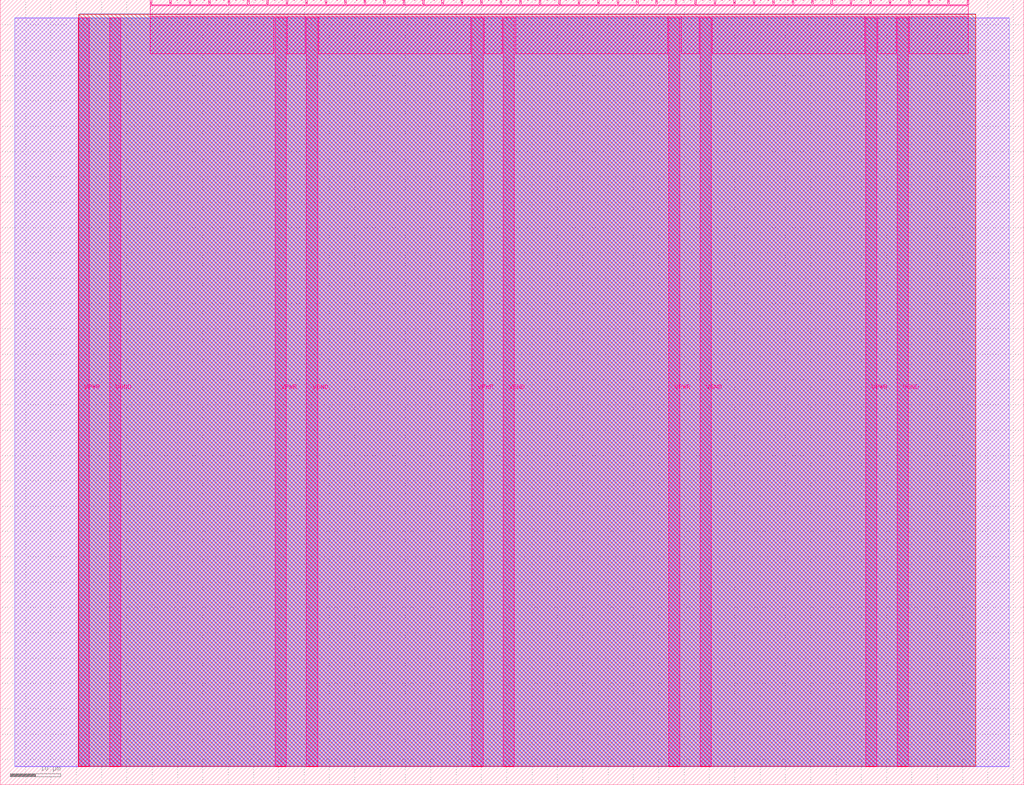
<source format=lef>
VERSION 5.7 ;
  NOWIREEXTENSIONATPIN ON ;
  DIVIDERCHAR "/" ;
  BUSBITCHARS "[]" ;
MACRO tt_um_algofoogle_tt09_ring_osc
  CLASS BLOCK ;
  FOREIGN tt_um_algofoogle_tt09_ring_osc ;
  ORIGIN 0.000 0.000 ;
  SIZE 202.080 BY 154.980 ;
  PIN VGND
    DIRECTION INOUT ;
    USE GROUND ;
    PORT
      LAYER Metal5 ;
        RECT 21.580 3.560 23.780 151.420 ;
    END
    PORT
      LAYER Metal5 ;
        RECT 60.450 3.560 62.650 151.420 ;
    END
    PORT
      LAYER Metal5 ;
        RECT 99.320 3.560 101.520 151.420 ;
    END
    PORT
      LAYER Metal5 ;
        RECT 138.190 3.560 140.390 151.420 ;
    END
    PORT
      LAYER Metal5 ;
        RECT 177.060 3.560 179.260 151.420 ;
    END
  END VGND
  PIN VPWR
    DIRECTION INOUT ;
    USE POWER ;
    PORT
      LAYER Metal5 ;
        RECT 15.380 3.560 17.580 151.420 ;
    END
    PORT
      LAYER Metal5 ;
        RECT 54.250 3.560 56.450 151.420 ;
    END
    PORT
      LAYER Metal5 ;
        RECT 93.120 3.560 95.320 151.420 ;
    END
    PORT
      LAYER Metal5 ;
        RECT 131.990 3.560 134.190 151.420 ;
    END
    PORT
      LAYER Metal5 ;
        RECT 170.860 3.560 173.060 151.420 ;
    END
  END VPWR
  PIN clk
    DIRECTION INPUT ;
    USE SIGNAL ;
    PORT
      LAYER Metal5 ;
        RECT 187.050 153.980 187.350 154.980 ;
    END
  END clk
  PIN ena
    DIRECTION INPUT ;
    USE SIGNAL ;
    ANTENNAGATEAREA 0.180700 ;
    PORT
      LAYER Metal5 ;
        RECT 190.890 153.980 191.190 154.980 ;
    END
  END ena
  PIN rst_n
    DIRECTION INPUT ;
    USE SIGNAL ;
    ANTENNAGATEAREA 0.180700 ;
    PORT
      LAYER Metal5 ;
        RECT 183.210 153.980 183.510 154.980 ;
    END
  END rst_n
  PIN ui_in[0]
    DIRECTION INPUT ;
    USE SIGNAL ;
    ANTENNAGATEAREA 0.180700 ;
    PORT
      LAYER Metal5 ;
        RECT 179.370 153.980 179.670 154.980 ;
    END
  END ui_in[0]
  PIN ui_in[1]
    DIRECTION INPUT ;
    USE SIGNAL ;
    ANTENNAGATEAREA 0.180700 ;
    PORT
      LAYER Metal5 ;
        RECT 175.530 153.980 175.830 154.980 ;
    END
  END ui_in[1]
  PIN ui_in[2]
    DIRECTION INPUT ;
    USE SIGNAL ;
    ANTENNAGATEAREA 0.180700 ;
    PORT
      LAYER Metal5 ;
        RECT 171.690 153.980 171.990 154.980 ;
    END
  END ui_in[2]
  PIN ui_in[3]
    DIRECTION INPUT ;
    USE SIGNAL ;
    ANTENNAGATEAREA 0.180700 ;
    PORT
      LAYER Metal5 ;
        RECT 167.850 153.980 168.150 154.980 ;
    END
  END ui_in[3]
  PIN ui_in[4]
    DIRECTION INPUT ;
    USE SIGNAL ;
    ANTENNAGATEAREA 0.180700 ;
    PORT
      LAYER Metal5 ;
        RECT 164.010 153.980 164.310 154.980 ;
    END
  END ui_in[4]
  PIN ui_in[5]
    DIRECTION INPUT ;
    USE SIGNAL ;
    ANTENNAGATEAREA 0.180700 ;
    PORT
      LAYER Metal5 ;
        RECT 160.170 153.980 160.470 154.980 ;
    END
  END ui_in[5]
  PIN ui_in[6]
    DIRECTION INPUT ;
    USE SIGNAL ;
    ANTENNAGATEAREA 0.180700 ;
    PORT
      LAYER Metal5 ;
        RECT 156.330 153.980 156.630 154.980 ;
    END
  END ui_in[6]
  PIN ui_in[7]
    DIRECTION INPUT ;
    USE SIGNAL ;
    ANTENNAGATEAREA 0.180700 ;
    PORT
      LAYER Metal5 ;
        RECT 152.490 153.980 152.790 154.980 ;
    END
  END ui_in[7]
  PIN uio_in[0]
    DIRECTION INPUT ;
    USE SIGNAL ;
    ANTENNAGATEAREA 0.180700 ;
    PORT
      LAYER Metal5 ;
        RECT 148.650 153.980 148.950 154.980 ;
    END
  END uio_in[0]
  PIN uio_in[1]
    DIRECTION INPUT ;
    USE SIGNAL ;
    ANTENNAGATEAREA 0.180700 ;
    PORT
      LAYER Metal5 ;
        RECT 144.810 153.980 145.110 154.980 ;
    END
  END uio_in[1]
  PIN uio_in[2]
    DIRECTION INPUT ;
    USE SIGNAL ;
    ANTENNAGATEAREA 0.180700 ;
    PORT
      LAYER Metal5 ;
        RECT 140.970 153.980 141.270 154.980 ;
    END
  END uio_in[2]
  PIN uio_in[3]
    DIRECTION INPUT ;
    USE SIGNAL ;
    ANTENNAGATEAREA 0.180700 ;
    PORT
      LAYER Metal5 ;
        RECT 137.130 153.980 137.430 154.980 ;
    END
  END uio_in[3]
  PIN uio_in[4]
    DIRECTION INPUT ;
    USE SIGNAL ;
    ANTENNAGATEAREA 0.180700 ;
    PORT
      LAYER Metal5 ;
        RECT 133.290 153.980 133.590 154.980 ;
    END
  END uio_in[4]
  PIN uio_in[5]
    DIRECTION INPUT ;
    USE SIGNAL ;
    ANTENNAGATEAREA 0.180700 ;
    PORT
      LAYER Metal5 ;
        RECT 129.450 153.980 129.750 154.980 ;
    END
  END uio_in[5]
  PIN uio_in[6]
    DIRECTION INPUT ;
    USE SIGNAL ;
    ANTENNAGATEAREA 0.180700 ;
    PORT
      LAYER Metal5 ;
        RECT 125.610 153.980 125.910 154.980 ;
    END
  END uio_in[6]
  PIN uio_in[7]
    DIRECTION INPUT ;
    USE SIGNAL ;
    ANTENNAGATEAREA 0.180700 ;
    PORT
      LAYER Metal5 ;
        RECT 121.770 153.980 122.070 154.980 ;
    END
  END uio_in[7]
  PIN uio_oe[0]
    DIRECTION OUTPUT ;
    USE SIGNAL ;
    ANTENNADIFFAREA 0.299200 ;
    PORT
      LAYER Metal5 ;
        RECT 56.490 153.980 56.790 154.980 ;
    END
  END uio_oe[0]
  PIN uio_oe[1]
    DIRECTION OUTPUT ;
    USE SIGNAL ;
    ANTENNADIFFAREA 0.299200 ;
    PORT
      LAYER Metal5 ;
        RECT 52.650 153.980 52.950 154.980 ;
    END
  END uio_oe[1]
  PIN uio_oe[2]
    DIRECTION OUTPUT ;
    USE SIGNAL ;
    ANTENNADIFFAREA 0.299200 ;
    PORT
      LAYER Metal5 ;
        RECT 48.810 153.980 49.110 154.980 ;
    END
  END uio_oe[2]
  PIN uio_oe[3]
    DIRECTION OUTPUT ;
    USE SIGNAL ;
    ANTENNADIFFAREA 0.299200 ;
    PORT
      LAYER Metal5 ;
        RECT 44.970 153.980 45.270 154.980 ;
    END
  END uio_oe[3]
  PIN uio_oe[4]
    DIRECTION OUTPUT ;
    USE SIGNAL ;
    ANTENNADIFFAREA 0.299200 ;
    PORT
      LAYER Metal5 ;
        RECT 41.130 153.980 41.430 154.980 ;
    END
  END uio_oe[4]
  PIN uio_oe[5]
    DIRECTION OUTPUT ;
    USE SIGNAL ;
    ANTENNADIFFAREA 0.299200 ;
    PORT
      LAYER Metal5 ;
        RECT 37.290 153.980 37.590 154.980 ;
    END
  END uio_oe[5]
  PIN uio_oe[6]
    DIRECTION OUTPUT ;
    USE SIGNAL ;
    ANTENNADIFFAREA 0.299200 ;
    PORT
      LAYER Metal5 ;
        RECT 33.450 153.980 33.750 154.980 ;
    END
  END uio_oe[6]
  PIN uio_oe[7]
    DIRECTION OUTPUT ;
    USE SIGNAL ;
    ANTENNADIFFAREA 0.299200 ;
    PORT
      LAYER Metal5 ;
        RECT 29.610 153.980 29.910 154.980 ;
    END
  END uio_oe[7]
  PIN uio_out[0]
    DIRECTION OUTPUT ;
    USE SIGNAL ;
    ANTENNADIFFAREA 0.299200 ;
    PORT
      LAYER Metal5 ;
        RECT 87.210 153.980 87.510 154.980 ;
    END
  END uio_out[0]
  PIN uio_out[1]
    DIRECTION OUTPUT ;
    USE SIGNAL ;
    ANTENNADIFFAREA 0.299200 ;
    PORT
      LAYER Metal5 ;
        RECT 83.370 153.980 83.670 154.980 ;
    END
  END uio_out[1]
  PIN uio_out[2]
    DIRECTION OUTPUT ;
    USE SIGNAL ;
    ANTENNADIFFAREA 0.299200 ;
    PORT
      LAYER Metal5 ;
        RECT 79.530 153.980 79.830 154.980 ;
    END
  END uio_out[2]
  PIN uio_out[3]
    DIRECTION OUTPUT ;
    USE SIGNAL ;
    ANTENNADIFFAREA 0.299200 ;
    PORT
      LAYER Metal5 ;
        RECT 75.690 153.980 75.990 154.980 ;
    END
  END uio_out[3]
  PIN uio_out[4]
    DIRECTION OUTPUT ;
    USE SIGNAL ;
    ANTENNADIFFAREA 0.299200 ;
    PORT
      LAYER Metal5 ;
        RECT 71.850 153.980 72.150 154.980 ;
    END
  END uio_out[4]
  PIN uio_out[5]
    DIRECTION OUTPUT ;
    USE SIGNAL ;
    ANTENNADIFFAREA 0.299200 ;
    PORT
      LAYER Metal5 ;
        RECT 68.010 153.980 68.310 154.980 ;
    END
  END uio_out[5]
  PIN uio_out[6]
    DIRECTION OUTPUT ;
    USE SIGNAL ;
    ANTENNADIFFAREA 0.299200 ;
    PORT
      LAYER Metal5 ;
        RECT 64.170 153.980 64.470 154.980 ;
    END
  END uio_out[6]
  PIN uio_out[7]
    DIRECTION OUTPUT ;
    USE SIGNAL ;
    ANTENNADIFFAREA 0.299200 ;
    PORT
      LAYER Metal5 ;
        RECT 60.330 153.980 60.630 154.980 ;
    END
  END uio_out[7]
  PIN uo_out[0]
    DIRECTION OUTPUT ;
    USE SIGNAL ;
    ANTENNADIFFAREA 0.654800 ;
    PORT
      LAYER Metal5 ;
        RECT 117.930 153.980 118.230 154.980 ;
    END
  END uo_out[0]
  PIN uo_out[1]
    DIRECTION OUTPUT ;
    USE SIGNAL ;
    ANTENNADIFFAREA 0.654800 ;
    PORT
      LAYER Metal5 ;
        RECT 114.090 153.980 114.390 154.980 ;
    END
  END uo_out[1]
  PIN uo_out[2]
    DIRECTION OUTPUT ;
    USE SIGNAL ;
    ANTENNADIFFAREA 0.299200 ;
    PORT
      LAYER Metal5 ;
        RECT 110.250 153.980 110.550 154.980 ;
    END
  END uo_out[2]
  PIN uo_out[3]
    DIRECTION OUTPUT ;
    USE SIGNAL ;
    ANTENNADIFFAREA 0.299200 ;
    PORT
      LAYER Metal5 ;
        RECT 106.410 153.980 106.710 154.980 ;
    END
  END uo_out[3]
  PIN uo_out[4]
    DIRECTION OUTPUT ;
    USE SIGNAL ;
    ANTENNADIFFAREA 0.299200 ;
    PORT
      LAYER Metal5 ;
        RECT 102.570 153.980 102.870 154.980 ;
    END
  END uo_out[4]
  PIN uo_out[5]
    DIRECTION OUTPUT ;
    USE SIGNAL ;
    ANTENNADIFFAREA 0.299200 ;
    PORT
      LAYER Metal5 ;
        RECT 98.730 153.980 99.030 154.980 ;
    END
  END uo_out[5]
  PIN uo_out[6]
    DIRECTION OUTPUT ;
    USE SIGNAL ;
    ANTENNADIFFAREA 0.299200 ;
    PORT
      LAYER Metal5 ;
        RECT 94.890 153.980 95.190 154.980 ;
    END
  END uo_out[6]
  PIN uo_out[7]
    DIRECTION OUTPUT ;
    USE SIGNAL ;
    ANTENNADIFFAREA 0.299200 ;
    PORT
      LAYER Metal5 ;
        RECT 91.050 153.980 91.350 154.980 ;
    END
  END uo_out[7]
  OBS
      LAYER GatPoly ;
        RECT 2.880 3.630 199.200 151.350 ;
      LAYER Metal1 ;
        RECT 2.880 3.560 199.200 151.420 ;
      LAYER Metal2 ;
        RECT 15.515 3.680 192.625 151.300 ;
      LAYER Metal3 ;
        RECT 15.560 3.635 192.580 152.185 ;
      LAYER Metal4 ;
        RECT 15.515 3.680 192.625 152.140 ;
      LAYER Metal5 ;
        RECT 30.120 153.770 33.240 153.980 ;
        RECT 33.960 153.770 37.080 153.980 ;
        RECT 37.800 153.770 40.920 153.980 ;
        RECT 41.640 153.770 44.760 153.980 ;
        RECT 45.480 153.770 48.600 153.980 ;
        RECT 49.320 153.770 52.440 153.980 ;
        RECT 53.160 153.770 56.280 153.980 ;
        RECT 57.000 153.770 60.120 153.980 ;
        RECT 60.840 153.770 63.960 153.980 ;
        RECT 64.680 153.770 67.800 153.980 ;
        RECT 68.520 153.770 71.640 153.980 ;
        RECT 72.360 153.770 75.480 153.980 ;
        RECT 76.200 153.770 79.320 153.980 ;
        RECT 80.040 153.770 83.160 153.980 ;
        RECT 83.880 153.770 87.000 153.980 ;
        RECT 87.720 153.770 90.840 153.980 ;
        RECT 91.560 153.770 94.680 153.980 ;
        RECT 95.400 153.770 98.520 153.980 ;
        RECT 99.240 153.770 102.360 153.980 ;
        RECT 103.080 153.770 106.200 153.980 ;
        RECT 106.920 153.770 110.040 153.980 ;
        RECT 110.760 153.770 113.880 153.980 ;
        RECT 114.600 153.770 117.720 153.980 ;
        RECT 118.440 153.770 121.560 153.980 ;
        RECT 122.280 153.770 125.400 153.980 ;
        RECT 126.120 153.770 129.240 153.980 ;
        RECT 129.960 153.770 133.080 153.980 ;
        RECT 133.800 153.770 136.920 153.980 ;
        RECT 137.640 153.770 140.760 153.980 ;
        RECT 141.480 153.770 144.600 153.980 ;
        RECT 145.320 153.770 148.440 153.980 ;
        RECT 149.160 153.770 152.280 153.980 ;
        RECT 153.000 153.770 156.120 153.980 ;
        RECT 156.840 153.770 159.960 153.980 ;
        RECT 160.680 153.770 163.800 153.980 ;
        RECT 164.520 153.770 167.640 153.980 ;
        RECT 168.360 153.770 171.480 153.980 ;
        RECT 172.200 153.770 175.320 153.980 ;
        RECT 176.040 153.770 179.160 153.980 ;
        RECT 179.880 153.770 183.000 153.980 ;
        RECT 183.720 153.770 186.840 153.980 ;
        RECT 187.560 153.770 190.680 153.980 ;
        RECT 29.660 151.630 191.140 153.770 ;
        RECT 29.660 144.335 54.040 151.630 ;
        RECT 56.660 144.335 60.240 151.630 ;
        RECT 62.860 144.335 92.910 151.630 ;
        RECT 95.530 144.335 99.110 151.630 ;
        RECT 101.730 144.335 131.780 151.630 ;
        RECT 134.400 144.335 137.980 151.630 ;
        RECT 140.600 144.335 170.650 151.630 ;
        RECT 173.270 144.335 176.850 151.630 ;
        RECT 179.470 144.335 191.140 151.630 ;
  END
END tt_um_algofoogle_tt09_ring_osc
END LIBRARY


</source>
